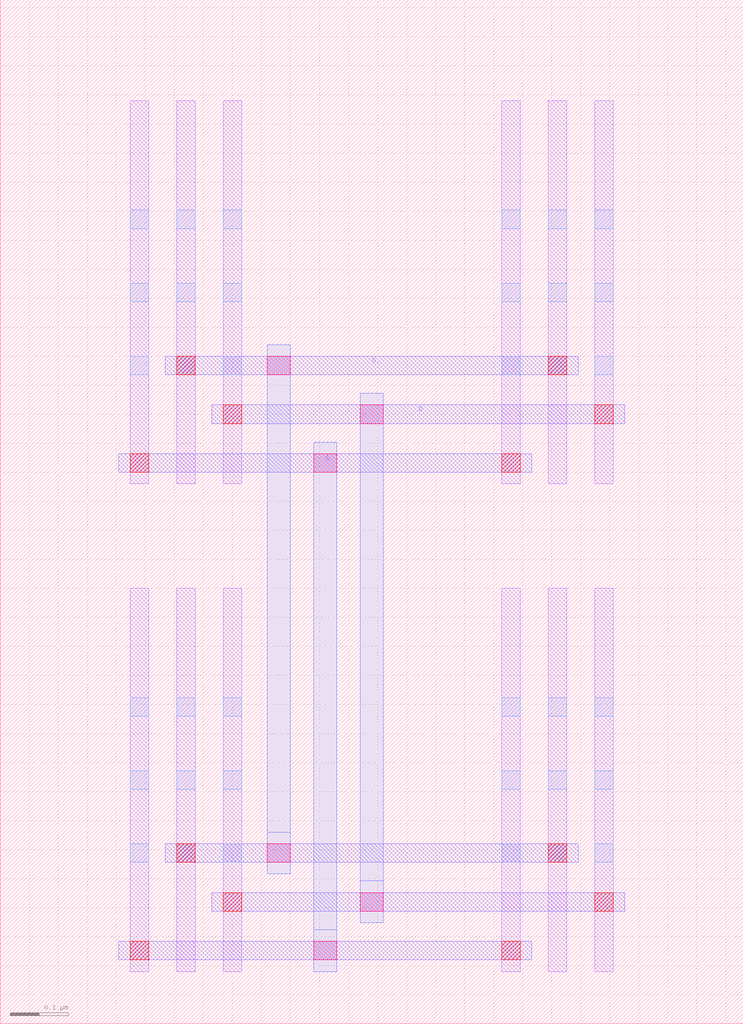
<source format=lef>
MACRO test1
  ORIGIN 0 0 ;
  FOREIGN test1 0 0 ;
  SIZE 1.2800 BY 1.7640 ;
  PIN S
    DIRECTION INOUT ;
    USE SIGNAL ;
    PORT
      LAYER M2 ;
        RECT 0.2040 0.1100 0.9160 0.1420 ;
      LAYER M2 ;
        RECT 0.2040 0.9500 0.9160 0.9820 ;
    END
  END S
  PIN G
    DIRECTION INOUT ;
    USE SIGNAL ;
    PORT
      LAYER M2 ;
        RECT 0.2840 0.2780 0.9960 0.3100 ;
      LAYER M2 ;
        RECT 0.2840 1.1180 0.9960 1.1500 ;
    END
  END G
  PIN D
    DIRECTION INOUT ;
    USE SIGNAL ;
    PORT
      LAYER M2 ;
        RECT 0.3640 0.1940 1.0760 0.2260 ;
      LAYER M2 ;
        RECT 0.3640 1.0340 1.0760 1.0660 ;
    END
  END D
  OBS
    LAYER M1 ;
      RECT 0.2240 0.0900 0.2560 0.7500 ;
    LAYER V0 ;
      RECT 0.2240 0.2780 0.2560 0.3100 ;
    LAYER V0 ;
      RECT 0.2240 0.4040 0.2560 0.4360 ;
    LAYER V0 ;
      RECT 0.2240 0.5300 0.2560 0.5620 ;
    LAYER M1 ;
      RECT 0.8640 0.0900 0.8960 0.7500 ;
    LAYER V0 ;
      RECT 0.8640 0.2780 0.8960 0.3100 ;
    LAYER V0 ;
      RECT 0.8640 0.4040 0.8960 0.4360 ;
    LAYER V0 ;
      RECT 0.8640 0.5300 0.8960 0.5620 ;
    LAYER M1 ;
      RECT 0.3040 0.0900 0.3360 0.7500 ;
    LAYER V0 ;
      RECT 0.3040 0.2780 0.3360 0.3100 ;
    LAYER V0 ;
      RECT 0.3040 0.4040 0.3360 0.4360 ;
    LAYER V0 ;
      RECT 0.3040 0.5300 0.3360 0.5620 ;
    LAYER M1 ;
      RECT 0.9440 0.0900 0.9760 0.7500 ;
    LAYER V0 ;
      RECT 0.9440 0.2780 0.9760 0.3100 ;
    LAYER V0 ;
      RECT 0.9440 0.4040 0.9760 0.4360 ;
    LAYER V0 ;
      RECT 0.9440 0.5300 0.9760 0.5620 ;
    LAYER M1 ;
      RECT 0.3840 0.0900 0.4160 0.7500 ;
    LAYER V0 ;
      RECT 0.3840 0.2780 0.4160 0.3100 ;
    LAYER V0 ;
      RECT 0.3840 0.4040 0.4160 0.4360 ;
    LAYER V0 ;
      RECT 0.3840 0.5300 0.4160 0.5620 ;
    LAYER M1 ;
      RECT 1.0240 0.0900 1.0560 0.7500 ;
    LAYER V0 ;
      RECT 1.0240 0.2780 1.0560 0.3100 ;
    LAYER V0 ;
      RECT 1.0240 0.4040 1.0560 0.4360 ;
    LAYER V0 ;
      RECT 1.0240 0.5300 1.0560 0.5620 ;
    LAYER M3 ;
      RECT 0.5400 0.0900 0.5800 0.1620 ;
    LAYER V2 ;
      RECT 0.5400 0.1100 0.5800 0.1420 ;
    LAYER V2 ;
      RECT 0.5400 0.1100 0.5800 0.1420 ;
    LAYER V1 ;
      RECT 0.2240 0.1100 0.2560 0.1420 ;
    LAYER V1 ;
      RECT 0.8640 0.1100 0.8960 0.1420 ;
    LAYER M3 ;
      RECT 0.6200 0.1740 0.6600 0.2460 ;
    LAYER V2 ;
      RECT 0.6200 0.1940 0.6600 0.2260 ;
    LAYER V2 ;
      RECT 0.6200 0.1940 0.6600 0.2260 ;
    LAYER V1 ;
      RECT 0.3840 0.1940 0.4160 0.2260 ;
    LAYER V1 ;
      RECT 1.0240 0.1940 1.0560 0.2260 ;
    LAYER M3 ;
      RECT 0.4600 0.2580 0.5000 0.3300 ;
    LAYER V2 ;
      RECT 0.4600 0.2780 0.5000 0.3100 ;
    LAYER V2 ;
      RECT 0.4600 0.2780 0.5000 0.3100 ;
    LAYER V1 ;
      RECT 0.3040 0.2780 0.3360 0.3100 ;
    LAYER V1 ;
      RECT 0.9440 0.2780 0.9760 0.3100 ;
    LAYER M1 ;
      RECT 0.2240 0.9300 0.2560 1.5900 ;
    LAYER V0 ;
      RECT 0.2240 1.1180 0.2560 1.1500 ;
    LAYER V0 ;
      RECT 0.2240 1.2440 0.2560 1.2760 ;
    LAYER V0 ;
      RECT 0.2240 1.3700 0.2560 1.4020 ;
    LAYER M1 ;
      RECT 0.8640 0.9300 0.8960 1.5900 ;
    LAYER V0 ;
      RECT 0.8640 1.1180 0.8960 1.1500 ;
    LAYER V0 ;
      RECT 0.8640 1.2440 0.8960 1.2760 ;
    LAYER V0 ;
      RECT 0.8640 1.3700 0.8960 1.4020 ;
    LAYER M1 ;
      RECT 0.3040 0.9300 0.3360 1.5900 ;
    LAYER V0 ;
      RECT 0.3040 1.1180 0.3360 1.1500 ;
    LAYER V0 ;
      RECT 0.3040 1.2440 0.3360 1.2760 ;
    LAYER V0 ;
      RECT 0.3040 1.3700 0.3360 1.4020 ;
    LAYER M1 ;
      RECT 0.9440 0.9300 0.9760 1.5900 ;
    LAYER V0 ;
      RECT 0.9440 1.1180 0.9760 1.1500 ;
    LAYER V0 ;
      RECT 0.9440 1.2440 0.9760 1.2760 ;
    LAYER V0 ;
      RECT 0.9440 1.3700 0.9760 1.4020 ;
    LAYER M1 ;
      RECT 0.3840 0.9300 0.4160 1.5900 ;
    LAYER V0 ;
      RECT 0.3840 1.1180 0.4160 1.1500 ;
    LAYER V0 ;
      RECT 0.3840 1.2440 0.4160 1.2760 ;
    LAYER V0 ;
      RECT 0.3840 1.3700 0.4160 1.4020 ;
    LAYER M1 ;
      RECT 1.0240 0.9300 1.0560 1.5900 ;
    LAYER V0 ;
      RECT 1.0240 1.1180 1.0560 1.1500 ;
    LAYER V0 ;
      RECT 1.0240 1.2440 1.0560 1.2760 ;
    LAYER V0 ;
      RECT 1.0240 1.3700 1.0560 1.4020 ;
    LAYER M3 ;
      RECT 0.5400 0.0900 0.5800 1.0020 ;
    LAYER V2 ;
      RECT 0.5400 0.1100 0.5800 0.1420 ;
    LAYER V2 ;
      RECT 0.5400 0.9500 0.5800 0.9820 ;
    LAYER V1 ;
      RECT 0.2240 0.9500 0.2560 0.9820 ;
    LAYER V1 ;
      RECT 0.8640 0.9500 0.8960 0.9820 ;
    LAYER M3 ;
      RECT 0.6200 0.1740 0.6600 1.0860 ;
    LAYER V2 ;
      RECT 0.6200 0.1940 0.6600 0.2260 ;
    LAYER V2 ;
      RECT 0.6200 1.0340 0.6600 1.0660 ;
    LAYER V1 ;
      RECT 0.3840 1.0340 0.4160 1.0660 ;
    LAYER V1 ;
      RECT 1.0240 1.0340 1.0560 1.0660 ;
    LAYER M3 ;
      RECT 0.4600 0.2580 0.5000 1.1700 ;
    LAYER V2 ;
      RECT 0.4600 0.2780 0.5000 0.3100 ;
    LAYER V2 ;
      RECT 0.4600 1.1180 0.5000 1.1500 ;
    LAYER V1 ;
      RECT 0.3040 1.1180 0.3360 1.1500 ;
    LAYER V1 ;
      RECT 0.9440 1.1180 0.9760 1.1500 ;
  END
END test1

</source>
